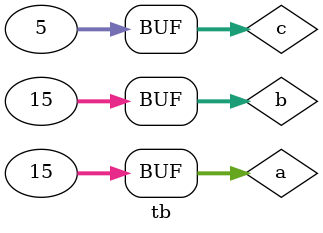
<source format=v>
module tb();

integer a, b, c;

initial begin
	a=0; b=10; c=5;
	a = b+c; 
	b = a;
end

initial begin
	$monitor("time=%0t, a=%0d, b=%0d, c=%0d", $time, a, b, c);
end

endmodule





</source>
